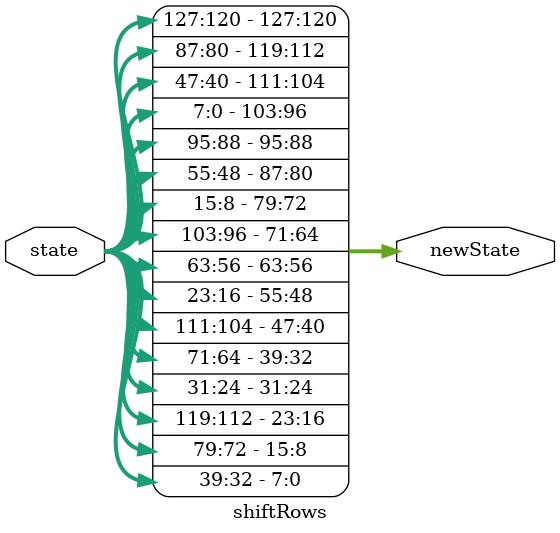
<source format=sv>


module shiftRows(
    input  logic [127:0] state,
    output logic [127:0] newState
);
  
  //s'00 = s00
  assign newState[127:120] = state[127:120];
  //s'01 = s01
  assign newState[95:88] = state[95:88];
  //s'02 = s02
  assign newState[63:56] = state[63:56];
  //s'03 = s03
  assign newState[31:24] = state[31:24];

  //s'10 = s11
  assign newState[119:112] = state[87:80];
  //s'11 = s12
  assign newState[87:80] = state[55:48];
  //s'12 = s13
  assign newState[55:48] = state[23:16];
  //s'13 = s10
  assign newState[23:16] = state[119:112];

  //s'20 = s22
  assign newState[111:104] = state[47:40];
  //s'21 = s23
  assign newState[79:72] = state[15:8];
  //s'22 = s20
  assign newState[47:40] = state[111:104];
  //s'23 = s21
  assign newState[15:8] = state[79:72];

  //s'30 = s33
  assign newState[103:96] = state[7:0];
  //s'31 = s30
  assign newState[71:64] = state[103:96];
  //s'32 = s31
  assign newState[39:32] = state[71:64];
  //s'33 = s32
  assign newState[7:0] = state[39:32];

endmodule
</source>
